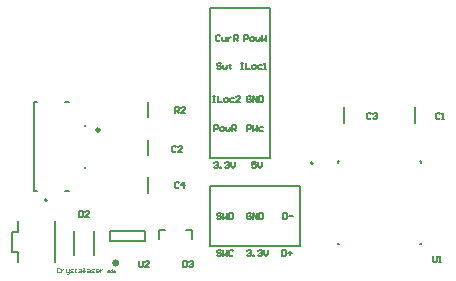
<source format=gto>
G04*
G04 #@! TF.GenerationSoftware,Altium Limited,Altium Designer,18.1.9 (240)*
G04*
G04 Layer_Color=65535*
%FSLAX24Y24*%
%MOIN*%
G70*
G01*
G75*
%ADD10C,0.0118*%
%ADD11C,0.0079*%
%ADD12C,0.0050*%
%ADD13C,0.0060*%
%ADD14C,0.0020*%
%ADD15C,0.0030*%
D10*
X38454Y37629D02*
G03*
X38454Y37629I-39J0D01*
G01*
D11*
X36721Y35285D02*
G03*
X36721Y35285I-39J0D01*
G01*
X45580Y36519D02*
G03*
X45580Y36519I-39J0D01*
G01*
X37989Y32905D02*
G03*
X37989Y32905I-39J0D01*
G01*
X45150Y33750D02*
Y35750D01*
X42150Y33750D02*
Y35750D01*
X45150D01*
X42150Y33750D02*
X45150D01*
X43233D02*
X45150D01*
X42150Y36700D02*
Y41700D01*
X44150Y36700D02*
Y41700D01*
X42150D02*
X44150D01*
X42150Y36700D02*
X44150D01*
X38829Y33923D02*
X39971D01*
Y34277D01*
X38829D02*
X39971D01*
X38829Y33923D02*
Y34277D01*
X40087Y35533D02*
Y36045D01*
Y36789D02*
Y37301D01*
X46619Y37869D02*
Y38381D01*
X48981Y37869D02*
Y38381D01*
X40087Y38044D02*
Y38556D01*
D12*
X39046Y33155D02*
G03*
X39046Y33155I-39J0D01*
G01*
Y33194D02*
G03*
X39046Y33194I-39J0D01*
G01*
X39062D02*
G03*
X39062Y33194I-56J0D01*
G01*
X39094D02*
G03*
X39094Y33194I-88J0D01*
G01*
X37313Y38554D02*
X37450D01*
X37313Y35601D02*
X37450D01*
X36279Y38554D02*
X36387D01*
X36279Y35601D02*
Y38554D01*
Y35601D02*
X36387D01*
X37992Y37755D02*
Y37798D01*
Y36357D02*
Y36400D01*
X35736Y33218D02*
Y33572D01*
X35539D02*
X35736D01*
X35539D02*
Y34242D01*
X35736D01*
Y34596D01*
X36984Y33218D02*
Y34596D01*
X46422Y36537D02*
Y36578D01*
Y33822D02*
Y33863D01*
X49178Y36537D02*
Y36578D01*
Y33822D02*
Y33863D01*
X46422Y36578D02*
X46463D01*
X46422Y33822D02*
X46463D01*
X49137Y36578D02*
X49178D01*
X49137Y33822D02*
X49178D01*
X37610Y33456D02*
Y34244D01*
X38290Y33456D02*
Y34244D01*
X43200Y39850D02*
X43267D01*
X43233D01*
Y39650D01*
X43200D01*
X43267D01*
X43367Y39850D02*
Y39650D01*
X43500D01*
X43600D02*
X43667D01*
X43700Y39683D01*
Y39750D01*
X43667Y39783D01*
X43600D01*
X43567Y39750D01*
Y39683D01*
X43600Y39650D01*
X43900Y39783D02*
X43800D01*
X43766Y39750D01*
Y39683D01*
X43800Y39650D01*
X43900D01*
X43966D02*
X44033D01*
X44000D01*
Y39850D01*
X43966Y39817D01*
X42250Y38774D02*
X42317D01*
X42283D01*
Y38574D01*
X42250D01*
X42317D01*
X42417Y38774D02*
Y38574D01*
X42550D01*
X42650D02*
X42717D01*
X42750Y38607D01*
Y38674D01*
X42717Y38707D01*
X42650D01*
X42617Y38674D01*
Y38607D01*
X42650Y38574D01*
X42950Y38707D02*
X42850D01*
X42816Y38674D01*
Y38607D01*
X42850Y38574D01*
X42950D01*
X43150D02*
X43016D01*
X43150Y38707D01*
Y38740D01*
X43116Y38774D01*
X43050D01*
X43016Y38740D01*
X42533Y34817D02*
X42500Y34850D01*
X42433D01*
X42400Y34817D01*
Y34783D01*
X42433Y34750D01*
X42500D01*
X42533Y34717D01*
Y34683D01*
X42500Y34650D01*
X42433D01*
X42400Y34683D01*
X42600Y34850D02*
Y34650D01*
X42667Y34717D01*
X42733Y34650D01*
Y34850D01*
X42800D02*
Y34650D01*
X42900D01*
X42933Y34683D01*
Y34817D01*
X42900Y34850D01*
X42800D01*
X43533Y34817D02*
X43500Y34850D01*
X43433D01*
X43400Y34817D01*
Y34683D01*
X43433Y34650D01*
X43500D01*
X43533Y34683D01*
Y34750D01*
X43467D01*
X43600Y34650D02*
Y34850D01*
X43733Y34650D01*
Y34850D01*
X43800D02*
Y34650D01*
X43900D01*
X43933Y34683D01*
Y34817D01*
X43900Y34850D01*
X43800D01*
X43400Y33607D02*
X43433Y33640D01*
X43500D01*
X43533Y33607D01*
Y33573D01*
X43500Y33540D01*
X43467D01*
X43500D01*
X43533Y33507D01*
Y33473D01*
X43500Y33440D01*
X43433D01*
X43400Y33473D01*
X43600Y33440D02*
Y33473D01*
X43633D01*
Y33440D01*
X43600D01*
X43767Y33607D02*
X43800Y33640D01*
X43867D01*
X43900Y33607D01*
Y33573D01*
X43867Y33540D01*
X43833D01*
X43867D01*
X43900Y33507D01*
Y33473D01*
X43867Y33440D01*
X43800D01*
X43767Y33473D01*
X43966Y33640D02*
Y33507D01*
X44033Y33440D01*
X44100Y33507D01*
Y33640D01*
X44565D02*
Y33440D01*
X44665D01*
X44698Y33473D01*
Y33607D01*
X44665Y33640D01*
X44565D01*
X44765Y33540D02*
X44898D01*
X44832Y33607D02*
Y33473D01*
X43683Y36550D02*
X43550D01*
Y36450D01*
X43617Y36483D01*
X43650D01*
X43683Y36450D01*
Y36383D01*
X43650Y36350D01*
X43583D01*
X43550Y36383D01*
X43750Y36550D02*
Y36417D01*
X43817Y36350D01*
X43883Y36417D01*
Y36550D01*
X42533Y39817D02*
X42500Y39850D01*
X42433D01*
X42400Y39817D01*
Y39783D01*
X42433Y39750D01*
X42500D01*
X42533Y39717D01*
Y39683D01*
X42500Y39650D01*
X42433D01*
X42400Y39683D01*
X42600Y39783D02*
Y39683D01*
X42633Y39650D01*
X42667Y39683D01*
X42700Y39650D01*
X42733Y39683D01*
Y39783D01*
X42833Y39817D02*
Y39783D01*
X42800D01*
X42867D01*
X42833D01*
Y39683D01*
X42867Y39650D01*
X43300Y40600D02*
Y40800D01*
X43400D01*
X43433Y40767D01*
Y40700D01*
X43400Y40667D01*
X43300D01*
X43533Y40600D02*
X43600D01*
X43633Y40633D01*
Y40700D01*
X43600Y40733D01*
X43533D01*
X43500Y40700D01*
Y40633D01*
X43533Y40600D01*
X43700Y40733D02*
Y40633D01*
X43733Y40600D01*
X43767Y40633D01*
X43800Y40600D01*
X43833Y40633D01*
Y40733D01*
X43900Y40800D02*
Y40600D01*
X43966Y40667D01*
X44033Y40600D01*
Y40800D01*
X43533Y38740D02*
X43500Y38774D01*
X43433D01*
X43400Y38740D01*
Y38607D01*
X43433Y38574D01*
X43500D01*
X43533Y38607D01*
Y38674D01*
X43467D01*
X43600Y38574D02*
Y38774D01*
X43733Y38574D01*
Y38774D01*
X43800D02*
Y38574D01*
X43900D01*
X43933Y38607D01*
Y38740D01*
X43900Y38774D01*
X43800D01*
X44600Y34850D02*
Y34650D01*
X44700D01*
X44733Y34683D01*
Y34817D01*
X44700Y34850D01*
X44600D01*
X44800Y34750D02*
X44933D01*
X42483Y40767D02*
X42450Y40800D01*
X42383D01*
X42350Y40767D01*
Y40633D01*
X42383Y40600D01*
X42450D01*
X42483Y40633D01*
X42550Y40733D02*
Y40633D01*
X42583Y40600D01*
X42683D01*
Y40733D01*
X42750D02*
Y40600D01*
Y40667D01*
X42783Y40700D01*
X42817Y40733D01*
X42850D01*
X42950Y40600D02*
Y40800D01*
X43050D01*
X43083Y40767D01*
Y40700D01*
X43050Y40667D01*
X42950D01*
X43016D02*
X43083Y40600D01*
X43400Y37589D02*
Y37789D01*
X43500D01*
X43533Y37756D01*
Y37689D01*
X43500Y37656D01*
X43400D01*
X43600Y37789D02*
Y37589D01*
X43667Y37656D01*
X43733Y37589D01*
Y37789D01*
X43933Y37723D02*
X43833D01*
X43800Y37689D01*
Y37623D01*
X43833Y37589D01*
X43933D01*
X42297Y37600D02*
Y37800D01*
X42397D01*
X42431Y37767D01*
Y37700D01*
X42397Y37667D01*
X42297D01*
X42531Y37600D02*
X42597D01*
X42631Y37633D01*
Y37700D01*
X42597Y37733D01*
X42531D01*
X42497Y37700D01*
Y37633D01*
X42531Y37600D01*
X42697Y37733D02*
Y37633D01*
X42731Y37600D01*
X42764Y37633D01*
X42797Y37600D01*
X42830Y37633D01*
Y37733D01*
X42897Y37600D02*
Y37800D01*
X42997D01*
X43030Y37767D01*
Y37700D01*
X42997Y37667D01*
X42897D01*
X42964D02*
X43030Y37600D01*
X42300Y36517D02*
X42333Y36550D01*
X42400D01*
X42433Y36517D01*
Y36483D01*
X42400Y36450D01*
X42367D01*
X42400D01*
X42433Y36417D01*
Y36383D01*
X42400Y36350D01*
X42333D01*
X42300Y36383D01*
X42500Y36350D02*
Y36383D01*
X42533D01*
Y36350D01*
X42500D01*
X42667Y36517D02*
X42700Y36550D01*
X42767D01*
X42800Y36517D01*
Y36483D01*
X42767Y36450D01*
X42733D01*
X42767D01*
X42800Y36417D01*
Y36383D01*
X42767Y36350D01*
X42700D01*
X42667Y36383D01*
X42866Y36550D02*
Y36417D01*
X42933Y36350D01*
X43000Y36417D01*
Y36550D01*
X42533Y33607D02*
X42500Y33640D01*
X42433D01*
X42400Y33607D01*
Y33573D01*
X42433Y33540D01*
X42500D01*
X42533Y33507D01*
Y33473D01*
X42500Y33440D01*
X42433D01*
X42400Y33473D01*
X42600Y33640D02*
Y33440D01*
X42667Y33507D01*
X42733Y33440D01*
Y33640D01*
X42933Y33607D02*
X42900Y33640D01*
X42833D01*
X42800Y33607D01*
Y33473D01*
X42833Y33440D01*
X42900D01*
X42933Y33473D01*
X39774Y33271D02*
Y33105D01*
X39807Y33071D01*
X39874D01*
X39907Y33105D01*
Y33271D01*
X40107Y33071D02*
X39974D01*
X40107Y33205D01*
Y33238D01*
X40074Y33271D01*
X40007D01*
X39974Y33238D01*
X41240Y33260D02*
Y33060D01*
X41340D01*
X41373Y33093D01*
Y33227D01*
X41340Y33260D01*
X41240D01*
X41440Y33227D02*
X41473Y33260D01*
X41540D01*
X41573Y33227D01*
Y33193D01*
X41540Y33160D01*
X41507D01*
X41540D01*
X41573Y33127D01*
Y33093D01*
X41540Y33060D01*
X41473D01*
X41440Y33093D01*
X49572Y33436D02*
Y33270D01*
X49605Y33236D01*
X49672D01*
X49705Y33270D01*
Y33436D01*
X49772Y33236D02*
X49838D01*
X49805D01*
Y33436D01*
X49772Y33403D01*
X37800Y34931D02*
Y34731D01*
X37900D01*
X37933Y34765D01*
Y34898D01*
X37900Y34931D01*
X37800D01*
X38133Y34731D02*
X38000D01*
X38133Y34865D01*
Y34898D01*
X38100Y34931D01*
X38033D01*
X38000Y34898D01*
X40987Y38200D02*
Y38400D01*
X41087D01*
X41120Y38367D01*
Y38300D01*
X41087Y38267D01*
X40987D01*
X41053D02*
X41120Y38200D01*
X41320D02*
X41187D01*
X41320Y38333D01*
Y38367D01*
X41287Y38400D01*
X41220D01*
X41187Y38367D01*
X47533Y38161D02*
X47500Y38194D01*
X47433D01*
X47400Y38161D01*
Y38027D01*
X47433Y37994D01*
X47500D01*
X47533Y38027D01*
X47600Y38161D02*
X47633Y38194D01*
X47700D01*
X47733Y38161D01*
Y38127D01*
X47700Y38094D01*
X47667D01*
X47700D01*
X47733Y38061D01*
Y38027D01*
X47700Y37994D01*
X47633D01*
X47600Y38027D01*
X41133Y35867D02*
X41100Y35900D01*
X41033D01*
X41000Y35867D01*
Y35733D01*
X41033Y35700D01*
X41100D01*
X41133Y35733D01*
X41300Y35700D02*
Y35900D01*
X41200Y35800D01*
X41333D01*
X41014Y37062D02*
X40980Y37096D01*
X40914D01*
X40881Y37062D01*
Y36929D01*
X40914Y36896D01*
X40980D01*
X41014Y36929D01*
X41214Y36896D02*
X41080D01*
X41214Y37029D01*
Y37062D01*
X41180Y37096D01*
X41114D01*
X41080Y37062D01*
X49833Y38161D02*
X49800Y38194D01*
X49733D01*
X49700Y38161D01*
Y38027D01*
X49733Y37994D01*
X49800D01*
X49833Y38027D01*
X49900Y37994D02*
X49967D01*
X49933D01*
Y38194D01*
X49900Y38161D01*
D13*
X40440Y33990D02*
Y34310D01*
X40660D01*
X41560Y33990D02*
Y34310D01*
X41340D02*
X41560D01*
D14*
X38782Y32882D02*
X38749D01*
X38732Y32899D01*
Y32932D01*
X38749Y32949D01*
X38782D01*
X38799Y32932D01*
Y32916D01*
X38732D01*
X38899Y32982D02*
Y32882D01*
X38849D01*
X38832Y32899D01*
Y32932D01*
X38849Y32949D01*
X38899D01*
X38999Y32982D02*
X38965Y32966D01*
X38932Y32932D01*
Y32899D01*
X38949Y32882D01*
X38982D01*
X38999Y32899D01*
Y32916D01*
X38982Y32932D01*
X38932D01*
D15*
X37141Y33007D02*
X37116Y33032D01*
X37066D01*
X37041Y33007D01*
Y32907D01*
X37066Y32882D01*
X37116D01*
X37141Y32907D01*
X37191Y32982D02*
Y32882D01*
Y32932D01*
X37216Y32957D01*
X37241Y32982D01*
X37266D01*
X37341D02*
Y32907D01*
X37366Y32882D01*
X37441D01*
Y32857D01*
X37416Y32832D01*
X37391D01*
X37441Y32882D02*
Y32982D01*
X37491Y32882D02*
X37566D01*
X37591Y32907D01*
X37566Y32932D01*
X37516D01*
X37491Y32957D01*
X37516Y32982D01*
X37591D01*
X37666Y33007D02*
Y32982D01*
X37641D01*
X37691D01*
X37666D01*
Y32907D01*
X37691Y32882D01*
X37791Y32982D02*
X37841D01*
X37866Y32957D01*
Y32882D01*
X37791D01*
X37766Y32907D01*
X37791Y32932D01*
X37866D01*
X37916Y32882D02*
X37966D01*
X37941D01*
Y33032D01*
X37916D01*
X38066Y32982D02*
X38116D01*
X38141Y32957D01*
Y32882D01*
X38066D01*
X38041Y32907D01*
X38066Y32932D01*
X38141D01*
X38191Y32882D02*
X38266D01*
X38291Y32907D01*
X38266Y32932D01*
X38216D01*
X38191Y32957D01*
X38216Y32982D01*
X38291D01*
X38416Y32882D02*
X38366D01*
X38341Y32907D01*
Y32957D01*
X38366Y32982D01*
X38416D01*
X38441Y32957D01*
Y32932D01*
X38341D01*
X38491Y32982D02*
Y32882D01*
Y32932D01*
X38516Y32957D01*
X38541Y32982D01*
X38566D01*
M02*

</source>
